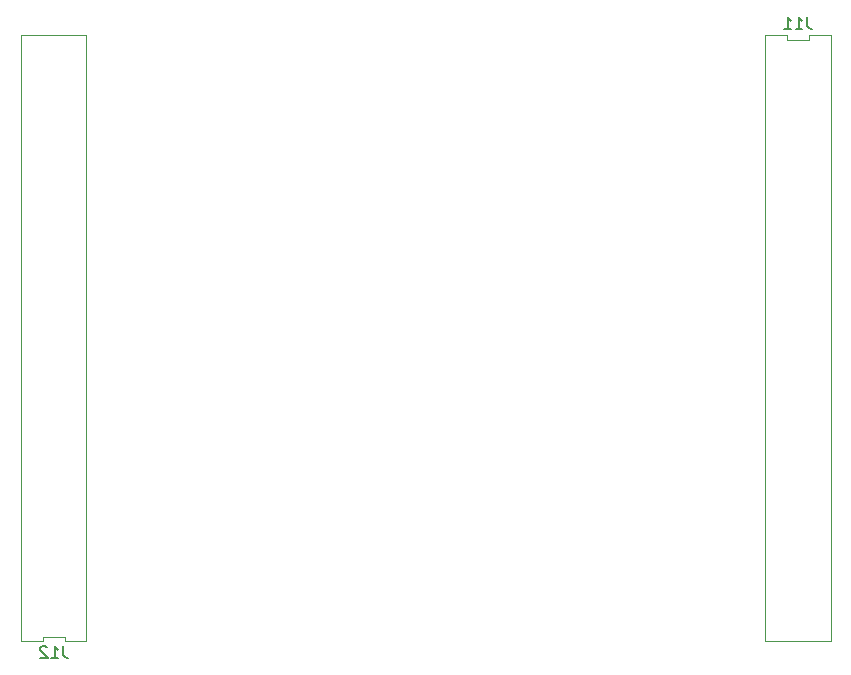
<source format=gbr>
G04 #@! TF.GenerationSoftware,KiCad,Pcbnew,(5.1.5)-3*
G04 #@! TF.CreationDate,2020-05-05T14:29:05+09:00*
G04 #@! TF.ProjectId,kt_sound_prototypeiface,6b745f73-6f75-46e6-945f-70726f746f74,rev?*
G04 #@! TF.SameCoordinates,Original*
G04 #@! TF.FileFunction,Legend,Bot*
G04 #@! TF.FilePolarity,Positive*
%FSLAX46Y46*%
G04 Gerber Fmt 4.6, Leading zero omitted, Abs format (unit mm)*
G04 Created by KiCad (PCBNEW (5.1.5)-3) date 2020-05-05 14:29:05*
%MOMM*%
%LPD*%
G04 APERTURE LIST*
%ADD10C,0.120000*%
%ADD11C,0.150000*%
G04 APERTURE END LIST*
D10*
X125656667Y-115165000D02*
X123810001Y-115165000D01*
X125656667Y-114805000D02*
X125656667Y-115165000D01*
X127503333Y-114805000D02*
X125656667Y-114805000D01*
X127503333Y-115165000D02*
X127503333Y-114805000D01*
X129350000Y-115165000D02*
X127503333Y-115165000D01*
X129349999Y-63905000D02*
X129350000Y-115165000D01*
X123810000Y-63905000D02*
X129349999Y-63905000D01*
X123810001Y-115165000D02*
X123810000Y-63905000D01*
X190503333Y-63905000D02*
X192349999Y-63905000D01*
X190503333Y-64265000D02*
X190503333Y-63905000D01*
X188656667Y-64265000D02*
X190503333Y-64265000D01*
X188656667Y-63905000D02*
X188656667Y-64265000D01*
X186810000Y-63905000D02*
X188656667Y-63905000D01*
X186810001Y-115165000D02*
X186810000Y-63905000D01*
X192350000Y-115165000D02*
X186810001Y-115165000D01*
X192349999Y-63905000D02*
X192350000Y-115165000D01*
D11*
X127389523Y-115617380D02*
X127389523Y-116331666D01*
X127437142Y-116474523D01*
X127532380Y-116569761D01*
X127675238Y-116617380D01*
X127770476Y-116617380D01*
X126389523Y-116617380D02*
X126960952Y-116617380D01*
X126675238Y-116617380D02*
X126675238Y-115617380D01*
X126770476Y-115760238D01*
X126865714Y-115855476D01*
X126960952Y-115903095D01*
X126008571Y-115712619D02*
X125960952Y-115665000D01*
X125865714Y-115617380D01*
X125627619Y-115617380D01*
X125532380Y-115665000D01*
X125484761Y-115712619D01*
X125437142Y-115807857D01*
X125437142Y-115903095D01*
X125484761Y-116045952D01*
X126056190Y-116617380D01*
X125437142Y-116617380D01*
X190389523Y-62357380D02*
X190389523Y-63071666D01*
X190437142Y-63214523D01*
X190532380Y-63309761D01*
X190675238Y-63357380D01*
X190770476Y-63357380D01*
X189389523Y-63357380D02*
X189960952Y-63357380D01*
X189675238Y-63357380D02*
X189675238Y-62357380D01*
X189770476Y-62500238D01*
X189865714Y-62595476D01*
X189960952Y-62643095D01*
X188437142Y-63357380D02*
X189008571Y-63357380D01*
X188722857Y-63357380D02*
X188722857Y-62357380D01*
X188818095Y-62500238D01*
X188913333Y-62595476D01*
X189008571Y-62643095D01*
M02*

</source>
